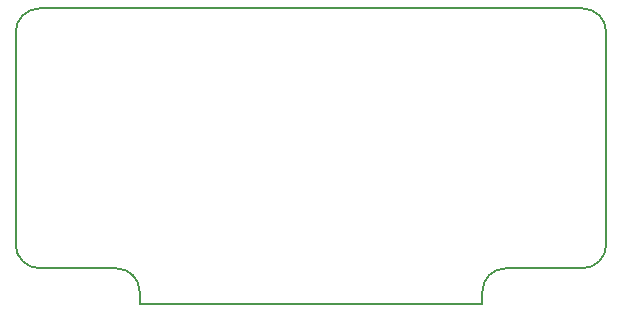
<source format=gbr>
%FSLAX34Y34*%
G04 Gerber Fmt 3.4, Leading zero omitted, Abs format*
G04 (created by PCBNEW (2014-02-28 BZR 4729)-product) date man 03 mar 2014 20:37:32 CET*
%MOIN*%
G01*
G70*
G90*
G04 APERTURE LIST*
%ADD10C,0.005906*%
G04 APERTURE END LIST*
G54D10*
X-5708Y0D02*
X-5708Y393D01*
X5708Y0D02*
X-5708Y0D01*
X5708Y393D02*
X5708Y0D01*
X9055Y1181D02*
X6496Y1181D01*
X9842Y9055D02*
X9842Y1968D01*
X9055Y1181D02*
G75*
G03X9842Y1968I0J787D01*
G74*
G01*
X-6496Y1181D02*
X-9055Y1181D01*
X-9055Y9842D02*
G75*
G03X-9842Y9055I0J-787D01*
G74*
G01*
X-5708Y393D02*
G75*
G03X-6496Y1181I-787J0D01*
G74*
G01*
X-9842Y1968D02*
G75*
G03X-9055Y1181I787J0D01*
G74*
G01*
X-9842Y9055D02*
X-9842Y1968D01*
X9055Y9842D02*
X-9055Y9842D01*
X9842Y9055D02*
G75*
G03X9055Y9842I-787J0D01*
G74*
G01*
X6496Y1181D02*
G75*
G03X5708Y393I0J-787D01*
G74*
G01*
M02*

</source>
